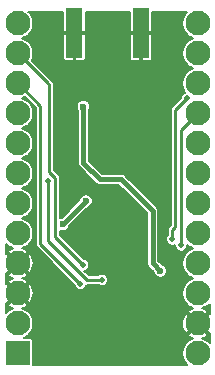
<source format=gbr>
%TF.GenerationSoftware,KiCad,Pcbnew,5.1.7+dfsg1-1~bpo10+1*%
%TF.CreationDate,Date%
%TF.ProjectId,ProMicro_LORA,50726f4d-6963-4726-9f5f-4c4f52412e6b,v1.2*%
%TF.SameCoordinates,Original*%
%TF.FileFunction,Copper,L2,Bot*%
%TF.FilePolarity,Positive*%
%FSLAX46Y46*%
G04 Gerber Fmt 4.6, Leading zero omitted, Abs format (unit mm)*
G04 Created by KiCad*
%MOMM*%
%LPD*%
G01*
G04 APERTURE LIST*
%TA.AperFunction,ComponentPad*%
%ADD10R,2.100000X2.100000*%
%TD*%
%TA.AperFunction,ComponentPad*%
%ADD11C,2.100000*%
%TD*%
%TA.AperFunction,SMDPad,CuDef*%
%ADD12R,1.350000X4.200000*%
%TD*%
%TA.AperFunction,ViaPad*%
%ADD13C,0.600000*%
%TD*%
%TA.AperFunction,ViaPad*%
%ADD14C,0.500000*%
%TD*%
%TA.AperFunction,ViaPad*%
%ADD15C,0.450000*%
%TD*%
%TA.AperFunction,Conductor*%
%ADD16C,0.400000*%
%TD*%
%TA.AperFunction,Conductor*%
%ADD17C,0.250000*%
%TD*%
%TA.AperFunction,Conductor*%
%ADD18C,0.150000*%
%TD*%
%TA.AperFunction,Conductor*%
%ADD19C,0.100000*%
%TD*%
%ADD20C,0.300000*%
%ADD21C,0.200000*%
%ADD22C,0.350000*%
G04 APERTURE END LIST*
D10*
%TO.P,A1,1*%
%TO.N,N/C*%
X0Y0D03*
D11*
%TO.P,A1,2*%
X0Y2540000D03*
%TO.P,A1,3*%
%TO.N,GND*%
X0Y5080000D03*
%TO.P,A1,13*%
%TO.N,CS0*%
X15240000Y27940000D03*
%TO.P,A1,4*%
%TO.N,GND*%
X0Y7620000D03*
%TO.P,A1,14*%
%TO.N,COPI*%
X15240000Y25400000D03*
%TO.P,A1,5*%
%TO.N,N/C*%
X0Y10160000D03*
%TO.P,A1,15*%
%TO.N,CIPO*%
X15240000Y22860000D03*
%TO.P,A1,6*%
%TO.N,N/C*%
X0Y12700000D03*
%TO.P,A1,16*%
%TO.N,SCK*%
X15240000Y20320000D03*
%TO.P,A1,7*%
%TO.N,N/C*%
X0Y15240000D03*
%TO.P,A1,17*%
X15240000Y17780000D03*
%TO.P,A1,8*%
%TO.N,DIO1*%
X0Y17780000D03*
%TO.P,A1,18*%
%TO.N,N/C*%
X15240000Y15240000D03*
%TO.P,A1,9*%
X0Y20320000D03*
%TO.P,A1,19*%
X15240000Y12700000D03*
%TO.P,A1,10*%
%TO.N,DIO0*%
X0Y22860000D03*
%TO.P,A1,20*%
%TO.N,N/C*%
X15240000Y10160000D03*
%TO.P,A1,11*%
%TO.N,RFRST*%
X0Y25400000D03*
%TO.P,A1,21*%
%TO.N,+3V3*%
X15240000Y7620000D03*
%TO.P,A1,12*%
%TO.N,N/C*%
X0Y27940000D03*
%TO.P,A1,22*%
X15240000Y5080000D03*
%TO.P,A1,23*%
%TO.N,GND*%
X15240000Y2540000D03*
%TO.P,A1,24*%
%TO.N,N/C*%
X15240000Y0D03*
%TD*%
D12*
%TO.P,J2,2*%
%TO.N,GND*%
X4795000Y27105000D03*
X10445000Y27105000D03*
%TD*%
D13*
%TO.N,GND*%
X13335000Y3810000D03*
X1905000Y2540000D03*
X13970000Y1270000D03*
X12700000Y0D03*
X11430000Y2540000D03*
X9525000Y2540000D03*
X7620000Y2540000D03*
X5715000Y2540000D03*
X2540000Y0D03*
X7620000Y19939000D03*
D14*
X8890000Y18288000D03*
D13*
X8890000Y19939000D03*
X12319000Y21082000D03*
X12319000Y22225000D03*
X12319000Y23495000D03*
X12890500Y8191500D03*
D15*
X8255000Y13970000D03*
X10536216Y13990616D03*
D14*
X3810000Y13208000D03*
D13*
X6477000Y19939000D03*
X6350000Y24765000D03*
X8890000Y24765000D03*
X12319000Y24765000D03*
X12319000Y26162000D03*
X1016000Y3810000D03*
X2540000Y26670000D03*
X1270000Y13970000D03*
X889000Y16510000D03*
X4445000Y22225000D03*
X2540000Y24130000D03*
X3810000Y15240000D03*
X6667500Y22225000D03*
D15*
X7264400Y13970000D03*
D13*
X5715000Y3810000D03*
X7620000Y3810000D03*
X9525000Y3810000D03*
X7620000Y11430000D03*
X7620000Y8890000D03*
X10160000Y8890000D03*
X10160000Y11430000D03*
X1270000Y11430000D03*
X3810000Y2540000D03*
X11938000Y18923000D03*
X12446000Y4064000D03*
X11303000Y4064000D03*
D14*
X3683000Y18415000D03*
X3683000Y19939000D03*
X2921000Y6731000D03*
D13*
X5334000Y15240000D03*
X889000Y19050000D03*
D15*
%TO.N,+3V3*%
X9525000Y13970000D03*
D13*
X12065000Y6985000D03*
X5562600Y20891500D03*
X3810000Y10922000D03*
X5778500Y12890500D03*
D15*
X6931800Y14755000D03*
D14*
%TO.N,Net-(JP1-Pad1)*%
X7112000Y6223000D03*
X2540000Y14605000D03*
%TO.N,CIPO*%
X14351000Y21590000D03*
X13081000Y9652000D03*
%TO.N,SCK*%
X13843000Y9143990D03*
%TO.N,DIO0*%
X5308406Y5867594D03*
%TO.N,RFRST*%
X5524500Y7493000D03*
%TD*%
D16*
%TO.N,+3V3*%
X3810000Y10922000D02*
X5778500Y12890500D01*
X6931800Y14755000D02*
X8740000Y14755000D01*
X8740000Y14755000D02*
X8928100Y14566900D01*
X9525000Y13970000D02*
X8928100Y14566900D01*
X5562600Y16124200D02*
X5562600Y20891500D01*
X6931800Y14755000D02*
X5562600Y16124200D01*
X11430000Y12065000D02*
X9525000Y13970000D01*
X11430000Y7620000D02*
X11430000Y12065000D01*
X12065000Y6985000D02*
X11430000Y7620000D01*
D17*
%TO.N,Net-(JP1-Pad1)*%
X7112000Y6223000D02*
X5842000Y6223000D01*
X5842000Y6223000D02*
X2540000Y9525000D01*
X2540000Y14605000D02*
X2540000Y9525000D01*
%TO.N,CIPO*%
X13335000Y20574000D02*
X13335000Y10668000D01*
X13081000Y10414000D02*
X13081000Y9652000D01*
X13335000Y10668000D02*
X13081000Y10414000D01*
X14351000Y21590000D02*
X13335000Y20574000D01*
%TO.N,SCK*%
X13843000Y18923000D02*
X13843000Y9143990D01*
X15240000Y20320000D02*
X13843000Y18923000D01*
%TO.N,DIO0*%
X1905000Y9271000D02*
X5308406Y5867594D01*
X1905000Y17006370D02*
X1905000Y9271000D01*
X1905000Y17006370D02*
X1905000Y20955000D01*
X1905000Y20955000D02*
X0Y22860000D01*
%TO.N,RFRST*%
X2540000Y22860000D02*
X0Y25400000D01*
X3184999Y14849001D02*
X2667000Y15367000D01*
X2667000Y22733000D02*
X2540000Y22860000D01*
X3184999Y9832501D02*
X3184999Y14849001D01*
X2667000Y15367000D02*
X2667000Y22733000D01*
X5524500Y7493000D02*
X3184999Y9832501D01*
%TD*%
D18*
%TO.N,GND*%
X3845000Y27248750D02*
X3913750Y27180000D01*
X4720000Y27180000D01*
X4720000Y27200000D01*
X4870000Y27200000D01*
X4870000Y27180000D01*
X5676250Y27180000D01*
X5745000Y27248750D01*
X5746147Y28935000D01*
X9493853Y28935000D01*
X9495000Y27248750D01*
X9563750Y27180000D01*
X10370000Y27180000D01*
X10370000Y27200000D01*
X10520000Y27200000D01*
X10520000Y27180000D01*
X11326250Y27180000D01*
X11395000Y27248750D01*
X11396147Y28935000D01*
X14361167Y28935000D01*
X14210805Y28784638D01*
X14065800Y28567623D01*
X13965919Y28326488D01*
X13915000Y28070501D01*
X13915000Y27809499D01*
X13965919Y27553512D01*
X14065800Y27312377D01*
X14210805Y27095362D01*
X14395362Y26910805D01*
X14612377Y26765800D01*
X14843660Y26670000D01*
X14612377Y26574200D01*
X14395362Y26429195D01*
X14210805Y26244638D01*
X14065800Y26027623D01*
X13965919Y25786488D01*
X13915000Y25530501D01*
X13915000Y25269499D01*
X13965919Y25013512D01*
X14065800Y24772377D01*
X14210805Y24555362D01*
X14395362Y24370805D01*
X14612377Y24225800D01*
X14843660Y24130000D01*
X14612377Y24034200D01*
X14395362Y23889195D01*
X14210805Y23704638D01*
X14065800Y23487623D01*
X13965919Y23246488D01*
X13915000Y22990501D01*
X13915000Y22729499D01*
X13965919Y22473512D01*
X14065800Y22232377D01*
X14166414Y22081798D01*
X14102319Y22055249D01*
X14016332Y21997794D01*
X13943206Y21924668D01*
X13885751Y21838681D01*
X13846176Y21743137D01*
X13826000Y21641708D01*
X13826000Y21630686D01*
X13066052Y20870737D01*
X13050789Y20858211D01*
X13000803Y20797302D01*
X12963660Y20727813D01*
X12952596Y20691339D01*
X12940788Y20652413D01*
X12933065Y20574000D01*
X12935000Y20554354D01*
X12935001Y10833686D01*
X12812052Y10710737D01*
X12796789Y10698211D01*
X12746803Y10637302D01*
X12709660Y10567813D01*
X12686788Y10492414D01*
X12686788Y10492413D01*
X12679065Y10414000D01*
X12681000Y10394353D01*
X12681001Y9994463D01*
X12673206Y9986668D01*
X12615751Y9900681D01*
X12576176Y9805137D01*
X12556000Y9703708D01*
X12556000Y9600292D01*
X12576176Y9498863D01*
X12615751Y9403319D01*
X12673206Y9317332D01*
X12746332Y9244206D01*
X12832319Y9186751D01*
X12927863Y9147176D01*
X13029292Y9127000D01*
X13132708Y9127000D01*
X13234137Y9147176D01*
X13318000Y9181913D01*
X13318000Y9092282D01*
X13338176Y8990853D01*
X13377751Y8895309D01*
X13435206Y8809322D01*
X13508332Y8736196D01*
X13594319Y8678741D01*
X13689863Y8639166D01*
X13791292Y8618990D01*
X13894708Y8618990D01*
X13996137Y8639166D01*
X14091681Y8678741D01*
X14177668Y8736196D01*
X14250794Y8809322D01*
X14308249Y8895309D01*
X14347824Y8990853D01*
X14368000Y9092282D01*
X14368000Y9158167D01*
X14395362Y9130805D01*
X14612377Y8985800D01*
X14843660Y8890000D01*
X14612377Y8794200D01*
X14395362Y8649195D01*
X14210805Y8464638D01*
X14065800Y8247623D01*
X13965919Y8006488D01*
X13915000Y7750501D01*
X13915000Y7489499D01*
X13965919Y7233512D01*
X14065800Y6992377D01*
X14210805Y6775362D01*
X14395362Y6590805D01*
X14612377Y6445800D01*
X14843660Y6350000D01*
X14612377Y6254200D01*
X14395362Y6109195D01*
X14210805Y5924638D01*
X14065800Y5707623D01*
X13965919Y5466488D01*
X13915000Y5210501D01*
X13915000Y4949499D01*
X13965919Y4693512D01*
X14065800Y4452377D01*
X14210805Y4235362D01*
X14395362Y4050805D01*
X14612377Y3905800D01*
X14851297Y3806836D01*
X14709545Y3761177D01*
X14519334Y3659508D01*
X14401773Y3484293D01*
X15240000Y2646066D01*
X16078227Y3484293D01*
X15960666Y3659508D01*
X15728414Y3778592D01*
X15628919Y3806926D01*
X15867623Y3905800D01*
X16084638Y4050805D01*
X16235001Y4201168D01*
X16235001Y3344204D01*
X16184293Y3378227D01*
X15346066Y2540000D01*
X16184293Y1701773D01*
X16235001Y1735796D01*
X16235001Y878832D01*
X16084638Y1029195D01*
X15867623Y1174200D01*
X15628703Y1273164D01*
X15770455Y1318823D01*
X15960666Y1420492D01*
X16078227Y1595707D01*
X15240000Y2433934D01*
X14401773Y1595707D01*
X14519334Y1420492D01*
X14751586Y1301408D01*
X14851081Y1273074D01*
X14612377Y1174200D01*
X14395362Y1029195D01*
X14210805Y844638D01*
X14065800Y627623D01*
X13965919Y386488D01*
X13915000Y130501D01*
X13915000Y-130501D01*
X13965919Y-386488D01*
X14065800Y-627623D01*
X14210805Y-844638D01*
X14361167Y-995000D01*
X1326330Y-995000D01*
X1326330Y1050000D01*
X1321020Y1103909D01*
X1305296Y1155747D01*
X1279760Y1203521D01*
X1245395Y1245395D01*
X1203521Y1279760D01*
X1155747Y1305296D01*
X1103909Y1321020D01*
X1050000Y1326330D01*
X532334Y1326330D01*
X627623Y1365800D01*
X844638Y1510805D01*
X1029195Y1695362D01*
X1174200Y1912377D01*
X1274081Y2153512D01*
X1325000Y2409499D01*
X1325000Y2517247D01*
X13908783Y2517247D01*
X13938801Y2257977D01*
X14018823Y2009545D01*
X14120492Y1819334D01*
X14295707Y1701773D01*
X15133934Y2540000D01*
X14295707Y3378227D01*
X14120492Y3260666D01*
X14001408Y3028414D01*
X13929923Y2777392D01*
X13908783Y2517247D01*
X1325000Y2517247D01*
X1325000Y2670501D01*
X1274081Y2926488D01*
X1174200Y3167623D01*
X1029195Y3384638D01*
X844638Y3569195D01*
X627623Y3714200D01*
X388703Y3813164D01*
X530455Y3858823D01*
X720666Y3960492D01*
X838227Y4135707D01*
X0Y4973934D01*
X-838227Y4135707D01*
X-720666Y3960492D01*
X-488414Y3841408D01*
X-388919Y3813074D01*
X-627623Y3714200D01*
X-844638Y3569195D01*
X-995000Y3418833D01*
X-995000Y4275795D01*
X-944293Y4241773D01*
X-106066Y5080000D01*
X106066Y5080000D01*
X944293Y4241773D01*
X1119508Y4359334D01*
X1238592Y4591586D01*
X1310077Y4842608D01*
X1331217Y5102753D01*
X1301199Y5362023D01*
X1221177Y5610455D01*
X1119508Y5800666D01*
X944293Y5918227D01*
X106066Y5080000D01*
X-106066Y5080000D01*
X-944293Y5918227D01*
X-995000Y5884205D01*
X-995000Y6675707D01*
X-838227Y6675707D01*
X-720666Y6500492D01*
X-488414Y6381408D01*
X-378526Y6350115D01*
X-530455Y6301177D01*
X-720666Y6199508D01*
X-838227Y6024293D01*
X0Y5186066D01*
X838227Y6024293D01*
X720666Y6199508D01*
X488414Y6318592D01*
X378526Y6349885D01*
X530455Y6398823D01*
X720666Y6500492D01*
X838227Y6675707D01*
X0Y7513934D01*
X-838227Y6675707D01*
X-995000Y6675707D01*
X-995000Y6815795D01*
X-944293Y6781773D01*
X-106066Y7620000D01*
X106066Y7620000D01*
X944293Y6781773D01*
X1119508Y6899334D01*
X1238592Y7131586D01*
X1310077Y7382608D01*
X1331217Y7642753D01*
X1301199Y7902023D01*
X1221177Y8150455D01*
X1119508Y8340666D01*
X944293Y8458227D01*
X106066Y7620000D01*
X-106066Y7620000D01*
X-944293Y8458227D01*
X-995000Y8424205D01*
X-995000Y9281167D01*
X-844638Y9130805D01*
X-627623Y8985800D01*
X-388703Y8886836D01*
X-530455Y8841177D01*
X-720666Y8739508D01*
X-838227Y8564293D01*
X0Y7726066D01*
X838227Y8564293D01*
X720666Y8739508D01*
X488414Y8858592D01*
X388919Y8886926D01*
X627623Y8985800D01*
X844638Y9130805D01*
X1029195Y9315362D01*
X1174200Y9532377D01*
X1274081Y9773512D01*
X1325000Y10029499D01*
X1325000Y10290501D01*
X1274081Y10546488D01*
X1174200Y10787623D01*
X1029195Y11004638D01*
X844638Y11189195D01*
X627623Y11334200D01*
X396340Y11430000D01*
X627623Y11525800D01*
X844638Y11670805D01*
X1029195Y11855362D01*
X1174200Y12072377D01*
X1274081Y12313512D01*
X1325000Y12569499D01*
X1325000Y12830501D01*
X1274081Y13086488D01*
X1174200Y13327623D01*
X1029195Y13544638D01*
X844638Y13729195D01*
X627623Y13874200D01*
X396340Y13970000D01*
X627623Y14065800D01*
X844638Y14210805D01*
X1029195Y14395362D01*
X1174200Y14612377D01*
X1274081Y14853512D01*
X1325000Y15109499D01*
X1325000Y15370501D01*
X1274081Y15626488D01*
X1174200Y15867623D01*
X1029195Y16084638D01*
X844638Y16269195D01*
X627623Y16414200D01*
X396340Y16510000D01*
X627623Y16605800D01*
X844638Y16750805D01*
X1029195Y16935362D01*
X1174200Y17152377D01*
X1274081Y17393512D01*
X1325000Y17649499D01*
X1325000Y17910501D01*
X1274081Y18166488D01*
X1174200Y18407623D01*
X1029195Y18624638D01*
X844638Y18809195D01*
X627623Y18954200D01*
X396340Y19050000D01*
X627623Y19145800D01*
X844638Y19290805D01*
X1029195Y19475362D01*
X1174200Y19692377D01*
X1274081Y19933512D01*
X1325000Y20189499D01*
X1325000Y20450501D01*
X1274081Y20706488D01*
X1174200Y20947623D01*
X1029195Y21164638D01*
X844638Y21349195D01*
X627623Y21494200D01*
X396340Y21590000D01*
X614111Y21680203D01*
X1505001Y20789313D01*
X1505000Y17026017D01*
X1505000Y17026016D01*
X1505001Y9290657D01*
X1503065Y9271000D01*
X1510788Y9192587D01*
X1533661Y9117186D01*
X1570803Y9047698D01*
X1608265Y9002050D01*
X1608268Y9002047D01*
X1620790Y8986789D01*
X1636048Y8974267D01*
X4783406Y5826908D01*
X4783406Y5815886D01*
X4803582Y5714457D01*
X4843157Y5618913D01*
X4900612Y5532926D01*
X4973738Y5459800D01*
X5059725Y5402345D01*
X5155269Y5362770D01*
X5256698Y5342594D01*
X5360114Y5342594D01*
X5461543Y5362770D01*
X5557087Y5402345D01*
X5643074Y5459800D01*
X5716200Y5532926D01*
X5773655Y5618913D01*
X5813230Y5714457D01*
X5833406Y5815886D01*
X5833406Y5821912D01*
X5841999Y5821066D01*
X5861635Y5823000D01*
X6769538Y5823000D01*
X6777332Y5815206D01*
X6863319Y5757751D01*
X6958863Y5718176D01*
X7060292Y5698000D01*
X7163708Y5698000D01*
X7265137Y5718176D01*
X7360681Y5757751D01*
X7446668Y5815206D01*
X7519794Y5888332D01*
X7577249Y5974319D01*
X7616824Y6069863D01*
X7637000Y6171292D01*
X7637000Y6274708D01*
X7616824Y6376137D01*
X7577249Y6471681D01*
X7519794Y6557668D01*
X7446668Y6630794D01*
X7360681Y6688249D01*
X7265137Y6727824D01*
X7163708Y6748000D01*
X7060292Y6748000D01*
X6958863Y6727824D01*
X6863319Y6688249D01*
X6777332Y6630794D01*
X6769538Y6623000D01*
X6007686Y6623000D01*
X5648338Y6982348D01*
X5677637Y6988176D01*
X5773181Y7027751D01*
X5859168Y7085206D01*
X5932294Y7158332D01*
X5989749Y7244319D01*
X6029324Y7339863D01*
X6049500Y7441292D01*
X6049500Y7544708D01*
X6029324Y7646137D01*
X5989749Y7741681D01*
X5932294Y7827668D01*
X5859168Y7900794D01*
X5773181Y7958249D01*
X5677637Y7997824D01*
X5576208Y8018000D01*
X5565186Y8018000D01*
X3584999Y9998186D01*
X3584999Y10392823D01*
X3642279Y10369097D01*
X3753367Y10347000D01*
X3866633Y10347000D01*
X3977721Y10369097D01*
X4082365Y10412442D01*
X4176541Y10475368D01*
X4256632Y10555459D01*
X4319558Y10649635D01*
X4362903Y10754279D01*
X4375039Y10815289D01*
X5885212Y12325462D01*
X5946221Y12337597D01*
X6050865Y12380942D01*
X6145041Y12443868D01*
X6225132Y12523959D01*
X6288058Y12618135D01*
X6331403Y12722779D01*
X6353500Y12833867D01*
X6353500Y12947133D01*
X6331403Y13058221D01*
X6288058Y13162865D01*
X6225132Y13257041D01*
X6145041Y13337132D01*
X6050865Y13400058D01*
X5946221Y13443403D01*
X5835133Y13465500D01*
X5721867Y13465500D01*
X5610779Y13443403D01*
X5506135Y13400058D01*
X5411959Y13337132D01*
X5331868Y13257041D01*
X5268942Y13162865D01*
X5225597Y13058221D01*
X5213462Y12997212D01*
X3703289Y11487039D01*
X3642279Y11474903D01*
X3584999Y11451177D01*
X3584999Y14829366D01*
X3586933Y14849002D01*
X3584999Y14868638D01*
X3584999Y14868648D01*
X3579211Y14927415D01*
X3556339Y15002815D01*
X3519196Y15072304D01*
X3469210Y15133212D01*
X3453952Y15145734D01*
X3067000Y15532685D01*
X3067000Y20948133D01*
X4987600Y20948133D01*
X4987600Y20834867D01*
X5009697Y20723779D01*
X5053042Y20619135D01*
X5087601Y20567414D01*
X5087600Y16147532D01*
X5085302Y16124200D01*
X5094473Y16031085D01*
X5121634Y15941547D01*
X5165741Y15859027D01*
X5225099Y15786699D01*
X5243234Y15771816D01*
X6482920Y14532129D01*
X6488706Y14518161D01*
X6543425Y14436269D01*
X6613069Y14366625D01*
X6694961Y14311906D01*
X6785955Y14274215D01*
X6882554Y14255000D01*
X6981046Y14255000D01*
X7077645Y14274215D01*
X7091611Y14280000D01*
X8543249Y14280000D01*
X8608723Y14214526D01*
X8608728Y14214522D01*
X9076120Y13747129D01*
X9081906Y13733161D01*
X9136625Y13651269D01*
X9206269Y13581625D01*
X9288161Y13526906D01*
X9302130Y13521120D01*
X10955001Y11868247D01*
X10955000Y7643332D01*
X10952702Y7620000D01*
X10961873Y7526884D01*
X10970112Y7499723D01*
X10989034Y7437347D01*
X11033141Y7354827D01*
X11092499Y7282499D01*
X11110633Y7267616D01*
X11499962Y6878287D01*
X11512097Y6817279D01*
X11555442Y6712635D01*
X11618368Y6618459D01*
X11698459Y6538368D01*
X11792635Y6475442D01*
X11897279Y6432097D01*
X12008367Y6410000D01*
X12121633Y6410000D01*
X12232721Y6432097D01*
X12337365Y6475442D01*
X12431541Y6538368D01*
X12511632Y6618459D01*
X12574558Y6712635D01*
X12617903Y6817279D01*
X12640000Y6928367D01*
X12640000Y7041633D01*
X12617903Y7152721D01*
X12574558Y7257365D01*
X12511632Y7351541D01*
X12431541Y7431632D01*
X12337365Y7494558D01*
X12232721Y7537903D01*
X12171713Y7550038D01*
X11905000Y7816750D01*
X11905000Y12041668D01*
X11907298Y12065000D01*
X11898127Y12158116D01*
X11870966Y12247655D01*
X11835764Y12313512D01*
X11826859Y12330173D01*
X11767501Y12402501D01*
X11749377Y12417375D01*
X9973880Y14192870D01*
X9968094Y14206839D01*
X9913375Y14288731D01*
X9843731Y14358375D01*
X9761839Y14413094D01*
X9747871Y14418880D01*
X9280478Y14886272D01*
X9280474Y14886277D01*
X9092383Y15074367D01*
X9077501Y15092501D01*
X9005173Y15151859D01*
X8922654Y15195966D01*
X8833116Y15223127D01*
X8763332Y15230000D01*
X8740000Y15232298D01*
X8716668Y15230000D01*
X7128551Y15230000D01*
X6037600Y16320950D01*
X6037600Y20567415D01*
X6072158Y20619135D01*
X6115503Y20723779D01*
X6137600Y20834867D01*
X6137600Y20948133D01*
X6115503Y21059221D01*
X6072158Y21163865D01*
X6009232Y21258041D01*
X5929141Y21338132D01*
X5834965Y21401058D01*
X5730321Y21444403D01*
X5619233Y21466500D01*
X5505967Y21466500D01*
X5394879Y21444403D01*
X5290235Y21401058D01*
X5196059Y21338132D01*
X5115968Y21258041D01*
X5053042Y21163865D01*
X5009697Y21059221D01*
X4987600Y20948133D01*
X3067000Y20948133D01*
X3067000Y22713365D01*
X3068934Y22733001D01*
X3067000Y22752637D01*
X3067000Y22752647D01*
X3061212Y22811414D01*
X3038340Y22886814D01*
X3001197Y22956303D01*
X2951211Y23017211D01*
X2935948Y23029737D01*
X1179797Y24785888D01*
X1270555Y25005000D01*
X3843669Y25005000D01*
X3848979Y24951090D01*
X3864703Y24899253D01*
X3890239Y24851479D01*
X3924604Y24809604D01*
X3966479Y24775239D01*
X4014253Y24749703D01*
X4066090Y24733979D01*
X4120000Y24728669D01*
X4651250Y24730000D01*
X4720000Y24798750D01*
X4720000Y27030000D01*
X4870000Y27030000D01*
X4870000Y24798750D01*
X4938750Y24730000D01*
X5470000Y24728669D01*
X5523910Y24733979D01*
X5575747Y24749703D01*
X5623521Y24775239D01*
X5665396Y24809604D01*
X5699761Y24851479D01*
X5725297Y24899253D01*
X5741021Y24951090D01*
X5746331Y25005000D01*
X9493669Y25005000D01*
X9498979Y24951090D01*
X9514703Y24899253D01*
X9540239Y24851479D01*
X9574604Y24809604D01*
X9616479Y24775239D01*
X9664253Y24749703D01*
X9716090Y24733979D01*
X9770000Y24728669D01*
X10301250Y24730000D01*
X10370000Y24798750D01*
X10370000Y27030000D01*
X10520000Y27030000D01*
X10520000Y24798750D01*
X10588750Y24730000D01*
X11120000Y24728669D01*
X11173910Y24733979D01*
X11225747Y24749703D01*
X11273521Y24775239D01*
X11315396Y24809604D01*
X11349761Y24851479D01*
X11375297Y24899253D01*
X11391021Y24951090D01*
X11396331Y25005000D01*
X11395000Y26961250D01*
X11326250Y27030000D01*
X10520000Y27030000D01*
X10370000Y27030000D01*
X9563750Y27030000D01*
X9495000Y26961250D01*
X9493669Y25005000D01*
X5746331Y25005000D01*
X5745000Y26961250D01*
X5676250Y27030000D01*
X4870000Y27030000D01*
X4720000Y27030000D01*
X3913750Y27030000D01*
X3845000Y26961250D01*
X3843669Y25005000D01*
X1270555Y25005000D01*
X1274081Y25013512D01*
X1325000Y25269499D01*
X1325000Y25530501D01*
X1274081Y25786488D01*
X1174200Y26027623D01*
X1029195Y26244638D01*
X844638Y26429195D01*
X627623Y26574200D01*
X396340Y26670000D01*
X627623Y26765800D01*
X844638Y26910805D01*
X1029195Y27095362D01*
X1174200Y27312377D01*
X1274081Y27553512D01*
X1325000Y27809499D01*
X1325000Y28070501D01*
X1274081Y28326488D01*
X1174200Y28567623D01*
X1029195Y28784638D01*
X878833Y28935000D01*
X3843853Y28935000D01*
X3845000Y27248750D01*
%TA.AperFunction,Conductor*%
D19*
G36*
X3845000Y27248750D02*
G01*
X3913750Y27180000D01*
X4720000Y27180000D01*
X4720000Y27200000D01*
X4870000Y27200000D01*
X4870000Y27180000D01*
X5676250Y27180000D01*
X5745000Y27248750D01*
X5746147Y28935000D01*
X9493853Y28935000D01*
X9495000Y27248750D01*
X9563750Y27180000D01*
X10370000Y27180000D01*
X10370000Y27200000D01*
X10520000Y27200000D01*
X10520000Y27180000D01*
X11326250Y27180000D01*
X11395000Y27248750D01*
X11396147Y28935000D01*
X14361167Y28935000D01*
X14210805Y28784638D01*
X14065800Y28567623D01*
X13965919Y28326488D01*
X13915000Y28070501D01*
X13915000Y27809499D01*
X13965919Y27553512D01*
X14065800Y27312377D01*
X14210805Y27095362D01*
X14395362Y26910805D01*
X14612377Y26765800D01*
X14843660Y26670000D01*
X14612377Y26574200D01*
X14395362Y26429195D01*
X14210805Y26244638D01*
X14065800Y26027623D01*
X13965919Y25786488D01*
X13915000Y25530501D01*
X13915000Y25269499D01*
X13965919Y25013512D01*
X14065800Y24772377D01*
X14210805Y24555362D01*
X14395362Y24370805D01*
X14612377Y24225800D01*
X14843660Y24130000D01*
X14612377Y24034200D01*
X14395362Y23889195D01*
X14210805Y23704638D01*
X14065800Y23487623D01*
X13965919Y23246488D01*
X13915000Y22990501D01*
X13915000Y22729499D01*
X13965919Y22473512D01*
X14065800Y22232377D01*
X14166414Y22081798D01*
X14102319Y22055249D01*
X14016332Y21997794D01*
X13943206Y21924668D01*
X13885751Y21838681D01*
X13846176Y21743137D01*
X13826000Y21641708D01*
X13826000Y21630686D01*
X13066052Y20870737D01*
X13050789Y20858211D01*
X13000803Y20797302D01*
X12963660Y20727813D01*
X12952596Y20691339D01*
X12940788Y20652413D01*
X12933065Y20574000D01*
X12935000Y20554354D01*
X12935001Y10833686D01*
X12812052Y10710737D01*
X12796789Y10698211D01*
X12746803Y10637302D01*
X12709660Y10567813D01*
X12686788Y10492414D01*
X12686788Y10492413D01*
X12679065Y10414000D01*
X12681000Y10394353D01*
X12681001Y9994463D01*
X12673206Y9986668D01*
X12615751Y9900681D01*
X12576176Y9805137D01*
X12556000Y9703708D01*
X12556000Y9600292D01*
X12576176Y9498863D01*
X12615751Y9403319D01*
X12673206Y9317332D01*
X12746332Y9244206D01*
X12832319Y9186751D01*
X12927863Y9147176D01*
X13029292Y9127000D01*
X13132708Y9127000D01*
X13234137Y9147176D01*
X13318000Y9181913D01*
X13318000Y9092282D01*
X13338176Y8990853D01*
X13377751Y8895309D01*
X13435206Y8809322D01*
X13508332Y8736196D01*
X13594319Y8678741D01*
X13689863Y8639166D01*
X13791292Y8618990D01*
X13894708Y8618990D01*
X13996137Y8639166D01*
X14091681Y8678741D01*
X14177668Y8736196D01*
X14250794Y8809322D01*
X14308249Y8895309D01*
X14347824Y8990853D01*
X14368000Y9092282D01*
X14368000Y9158167D01*
X14395362Y9130805D01*
X14612377Y8985800D01*
X14843660Y8890000D01*
X14612377Y8794200D01*
X14395362Y8649195D01*
X14210805Y8464638D01*
X14065800Y8247623D01*
X13965919Y8006488D01*
X13915000Y7750501D01*
X13915000Y7489499D01*
X13965919Y7233512D01*
X14065800Y6992377D01*
X14210805Y6775362D01*
X14395362Y6590805D01*
X14612377Y6445800D01*
X14843660Y6350000D01*
X14612377Y6254200D01*
X14395362Y6109195D01*
X14210805Y5924638D01*
X14065800Y5707623D01*
X13965919Y5466488D01*
X13915000Y5210501D01*
X13915000Y4949499D01*
X13965919Y4693512D01*
X14065800Y4452377D01*
X14210805Y4235362D01*
X14395362Y4050805D01*
X14612377Y3905800D01*
X14851297Y3806836D01*
X14709545Y3761177D01*
X14519334Y3659508D01*
X14401773Y3484293D01*
X15240000Y2646066D01*
X16078227Y3484293D01*
X15960666Y3659508D01*
X15728414Y3778592D01*
X15628919Y3806926D01*
X15867623Y3905800D01*
X16084638Y4050805D01*
X16235001Y4201168D01*
X16235001Y3344204D01*
X16184293Y3378227D01*
X15346066Y2540000D01*
X16184293Y1701773D01*
X16235001Y1735796D01*
X16235001Y878832D01*
X16084638Y1029195D01*
X15867623Y1174200D01*
X15628703Y1273164D01*
X15770455Y1318823D01*
X15960666Y1420492D01*
X16078227Y1595707D01*
X15240000Y2433934D01*
X14401773Y1595707D01*
X14519334Y1420492D01*
X14751586Y1301408D01*
X14851081Y1273074D01*
X14612377Y1174200D01*
X14395362Y1029195D01*
X14210805Y844638D01*
X14065800Y627623D01*
X13965919Y386488D01*
X13915000Y130501D01*
X13915000Y-130501D01*
X13965919Y-386488D01*
X14065800Y-627623D01*
X14210805Y-844638D01*
X14361167Y-995000D01*
X1326330Y-995000D01*
X1326330Y1050000D01*
X1321020Y1103909D01*
X1305296Y1155747D01*
X1279760Y1203521D01*
X1245395Y1245395D01*
X1203521Y1279760D01*
X1155747Y1305296D01*
X1103909Y1321020D01*
X1050000Y1326330D01*
X532334Y1326330D01*
X627623Y1365800D01*
X844638Y1510805D01*
X1029195Y1695362D01*
X1174200Y1912377D01*
X1274081Y2153512D01*
X1325000Y2409499D01*
X1325000Y2517247D01*
X13908783Y2517247D01*
X13938801Y2257977D01*
X14018823Y2009545D01*
X14120492Y1819334D01*
X14295707Y1701773D01*
X15133934Y2540000D01*
X14295707Y3378227D01*
X14120492Y3260666D01*
X14001408Y3028414D01*
X13929923Y2777392D01*
X13908783Y2517247D01*
X1325000Y2517247D01*
X1325000Y2670501D01*
X1274081Y2926488D01*
X1174200Y3167623D01*
X1029195Y3384638D01*
X844638Y3569195D01*
X627623Y3714200D01*
X388703Y3813164D01*
X530455Y3858823D01*
X720666Y3960492D01*
X838227Y4135707D01*
X0Y4973934D01*
X-838227Y4135707D01*
X-720666Y3960492D01*
X-488414Y3841408D01*
X-388919Y3813074D01*
X-627623Y3714200D01*
X-844638Y3569195D01*
X-995000Y3418833D01*
X-995000Y4275795D01*
X-944293Y4241773D01*
X-106066Y5080000D01*
X106066Y5080000D01*
X944293Y4241773D01*
X1119508Y4359334D01*
X1238592Y4591586D01*
X1310077Y4842608D01*
X1331217Y5102753D01*
X1301199Y5362023D01*
X1221177Y5610455D01*
X1119508Y5800666D01*
X944293Y5918227D01*
X106066Y5080000D01*
X-106066Y5080000D01*
X-944293Y5918227D01*
X-995000Y5884205D01*
X-995000Y6675707D01*
X-838227Y6675707D01*
X-720666Y6500492D01*
X-488414Y6381408D01*
X-378526Y6350115D01*
X-530455Y6301177D01*
X-720666Y6199508D01*
X-838227Y6024293D01*
X0Y5186066D01*
X838227Y6024293D01*
X720666Y6199508D01*
X488414Y6318592D01*
X378526Y6349885D01*
X530455Y6398823D01*
X720666Y6500492D01*
X838227Y6675707D01*
X0Y7513934D01*
X-838227Y6675707D01*
X-995000Y6675707D01*
X-995000Y6815795D01*
X-944293Y6781773D01*
X-106066Y7620000D01*
X106066Y7620000D01*
X944293Y6781773D01*
X1119508Y6899334D01*
X1238592Y7131586D01*
X1310077Y7382608D01*
X1331217Y7642753D01*
X1301199Y7902023D01*
X1221177Y8150455D01*
X1119508Y8340666D01*
X944293Y8458227D01*
X106066Y7620000D01*
X-106066Y7620000D01*
X-944293Y8458227D01*
X-995000Y8424205D01*
X-995000Y9281167D01*
X-844638Y9130805D01*
X-627623Y8985800D01*
X-388703Y8886836D01*
X-530455Y8841177D01*
X-720666Y8739508D01*
X-838227Y8564293D01*
X0Y7726066D01*
X838227Y8564293D01*
X720666Y8739508D01*
X488414Y8858592D01*
X388919Y8886926D01*
X627623Y8985800D01*
X844638Y9130805D01*
X1029195Y9315362D01*
X1174200Y9532377D01*
X1274081Y9773512D01*
X1325000Y10029499D01*
X1325000Y10290501D01*
X1274081Y10546488D01*
X1174200Y10787623D01*
X1029195Y11004638D01*
X844638Y11189195D01*
X627623Y11334200D01*
X396340Y11430000D01*
X627623Y11525800D01*
X844638Y11670805D01*
X1029195Y11855362D01*
X1174200Y12072377D01*
X1274081Y12313512D01*
X1325000Y12569499D01*
X1325000Y12830501D01*
X1274081Y13086488D01*
X1174200Y13327623D01*
X1029195Y13544638D01*
X844638Y13729195D01*
X627623Y13874200D01*
X396340Y13970000D01*
X627623Y14065800D01*
X844638Y14210805D01*
X1029195Y14395362D01*
X1174200Y14612377D01*
X1274081Y14853512D01*
X1325000Y15109499D01*
X1325000Y15370501D01*
X1274081Y15626488D01*
X1174200Y15867623D01*
X1029195Y16084638D01*
X844638Y16269195D01*
X627623Y16414200D01*
X396340Y16510000D01*
X627623Y16605800D01*
X844638Y16750805D01*
X1029195Y16935362D01*
X1174200Y17152377D01*
X1274081Y17393512D01*
X1325000Y17649499D01*
X1325000Y17910501D01*
X1274081Y18166488D01*
X1174200Y18407623D01*
X1029195Y18624638D01*
X844638Y18809195D01*
X627623Y18954200D01*
X396340Y19050000D01*
X627623Y19145800D01*
X844638Y19290805D01*
X1029195Y19475362D01*
X1174200Y19692377D01*
X1274081Y19933512D01*
X1325000Y20189499D01*
X1325000Y20450501D01*
X1274081Y20706488D01*
X1174200Y20947623D01*
X1029195Y21164638D01*
X844638Y21349195D01*
X627623Y21494200D01*
X396340Y21590000D01*
X614111Y21680203D01*
X1505001Y20789313D01*
X1505000Y17026017D01*
X1505000Y17026016D01*
X1505001Y9290657D01*
X1503065Y9271000D01*
X1510788Y9192587D01*
X1533661Y9117186D01*
X1570803Y9047698D01*
X1608265Y9002050D01*
X1608268Y9002047D01*
X1620790Y8986789D01*
X1636048Y8974267D01*
X4783406Y5826908D01*
X4783406Y5815886D01*
X4803582Y5714457D01*
X4843157Y5618913D01*
X4900612Y5532926D01*
X4973738Y5459800D01*
X5059725Y5402345D01*
X5155269Y5362770D01*
X5256698Y5342594D01*
X5360114Y5342594D01*
X5461543Y5362770D01*
X5557087Y5402345D01*
X5643074Y5459800D01*
X5716200Y5532926D01*
X5773655Y5618913D01*
X5813230Y5714457D01*
X5833406Y5815886D01*
X5833406Y5821912D01*
X5841999Y5821066D01*
X5861635Y5823000D01*
X6769538Y5823000D01*
X6777332Y5815206D01*
X6863319Y5757751D01*
X6958863Y5718176D01*
X7060292Y5698000D01*
X7163708Y5698000D01*
X7265137Y5718176D01*
X7360681Y5757751D01*
X7446668Y5815206D01*
X7519794Y5888332D01*
X7577249Y5974319D01*
X7616824Y6069863D01*
X7637000Y6171292D01*
X7637000Y6274708D01*
X7616824Y6376137D01*
X7577249Y6471681D01*
X7519794Y6557668D01*
X7446668Y6630794D01*
X7360681Y6688249D01*
X7265137Y6727824D01*
X7163708Y6748000D01*
X7060292Y6748000D01*
X6958863Y6727824D01*
X6863319Y6688249D01*
X6777332Y6630794D01*
X6769538Y6623000D01*
X6007686Y6623000D01*
X5648338Y6982348D01*
X5677637Y6988176D01*
X5773181Y7027751D01*
X5859168Y7085206D01*
X5932294Y7158332D01*
X5989749Y7244319D01*
X6029324Y7339863D01*
X6049500Y7441292D01*
X6049500Y7544708D01*
X6029324Y7646137D01*
X5989749Y7741681D01*
X5932294Y7827668D01*
X5859168Y7900794D01*
X5773181Y7958249D01*
X5677637Y7997824D01*
X5576208Y8018000D01*
X5565186Y8018000D01*
X3584999Y9998186D01*
X3584999Y10392823D01*
X3642279Y10369097D01*
X3753367Y10347000D01*
X3866633Y10347000D01*
X3977721Y10369097D01*
X4082365Y10412442D01*
X4176541Y10475368D01*
X4256632Y10555459D01*
X4319558Y10649635D01*
X4362903Y10754279D01*
X4375039Y10815289D01*
X5885212Y12325462D01*
X5946221Y12337597D01*
X6050865Y12380942D01*
X6145041Y12443868D01*
X6225132Y12523959D01*
X6288058Y12618135D01*
X6331403Y12722779D01*
X6353500Y12833867D01*
X6353500Y12947133D01*
X6331403Y13058221D01*
X6288058Y13162865D01*
X6225132Y13257041D01*
X6145041Y13337132D01*
X6050865Y13400058D01*
X5946221Y13443403D01*
X5835133Y13465500D01*
X5721867Y13465500D01*
X5610779Y13443403D01*
X5506135Y13400058D01*
X5411959Y13337132D01*
X5331868Y13257041D01*
X5268942Y13162865D01*
X5225597Y13058221D01*
X5213462Y12997212D01*
X3703289Y11487039D01*
X3642279Y11474903D01*
X3584999Y11451177D01*
X3584999Y14829366D01*
X3586933Y14849002D01*
X3584999Y14868638D01*
X3584999Y14868648D01*
X3579211Y14927415D01*
X3556339Y15002815D01*
X3519196Y15072304D01*
X3469210Y15133212D01*
X3453952Y15145734D01*
X3067000Y15532685D01*
X3067000Y20948133D01*
X4987600Y20948133D01*
X4987600Y20834867D01*
X5009697Y20723779D01*
X5053042Y20619135D01*
X5087601Y20567414D01*
X5087600Y16147532D01*
X5085302Y16124200D01*
X5094473Y16031085D01*
X5121634Y15941547D01*
X5165741Y15859027D01*
X5225099Y15786699D01*
X5243234Y15771816D01*
X6482920Y14532129D01*
X6488706Y14518161D01*
X6543425Y14436269D01*
X6613069Y14366625D01*
X6694961Y14311906D01*
X6785955Y14274215D01*
X6882554Y14255000D01*
X6981046Y14255000D01*
X7077645Y14274215D01*
X7091611Y14280000D01*
X8543249Y14280000D01*
X8608723Y14214526D01*
X8608728Y14214522D01*
X9076120Y13747129D01*
X9081906Y13733161D01*
X9136625Y13651269D01*
X9206269Y13581625D01*
X9288161Y13526906D01*
X9302130Y13521120D01*
X10955001Y11868247D01*
X10955000Y7643332D01*
X10952702Y7620000D01*
X10961873Y7526884D01*
X10970112Y7499723D01*
X10989034Y7437347D01*
X11033141Y7354827D01*
X11092499Y7282499D01*
X11110633Y7267616D01*
X11499962Y6878287D01*
X11512097Y6817279D01*
X11555442Y6712635D01*
X11618368Y6618459D01*
X11698459Y6538368D01*
X11792635Y6475442D01*
X11897279Y6432097D01*
X12008367Y6410000D01*
X12121633Y6410000D01*
X12232721Y6432097D01*
X12337365Y6475442D01*
X12431541Y6538368D01*
X12511632Y6618459D01*
X12574558Y6712635D01*
X12617903Y6817279D01*
X12640000Y6928367D01*
X12640000Y7041633D01*
X12617903Y7152721D01*
X12574558Y7257365D01*
X12511632Y7351541D01*
X12431541Y7431632D01*
X12337365Y7494558D01*
X12232721Y7537903D01*
X12171713Y7550038D01*
X11905000Y7816750D01*
X11905000Y12041668D01*
X11907298Y12065000D01*
X11898127Y12158116D01*
X11870966Y12247655D01*
X11835764Y12313512D01*
X11826859Y12330173D01*
X11767501Y12402501D01*
X11749377Y12417375D01*
X9973880Y14192870D01*
X9968094Y14206839D01*
X9913375Y14288731D01*
X9843731Y14358375D01*
X9761839Y14413094D01*
X9747871Y14418880D01*
X9280478Y14886272D01*
X9280474Y14886277D01*
X9092383Y15074367D01*
X9077501Y15092501D01*
X9005173Y15151859D01*
X8922654Y15195966D01*
X8833116Y15223127D01*
X8763332Y15230000D01*
X8740000Y15232298D01*
X8716668Y15230000D01*
X7128551Y15230000D01*
X6037600Y16320950D01*
X6037600Y20567415D01*
X6072158Y20619135D01*
X6115503Y20723779D01*
X6137600Y20834867D01*
X6137600Y20948133D01*
X6115503Y21059221D01*
X6072158Y21163865D01*
X6009232Y21258041D01*
X5929141Y21338132D01*
X5834965Y21401058D01*
X5730321Y21444403D01*
X5619233Y21466500D01*
X5505967Y21466500D01*
X5394879Y21444403D01*
X5290235Y21401058D01*
X5196059Y21338132D01*
X5115968Y21258041D01*
X5053042Y21163865D01*
X5009697Y21059221D01*
X4987600Y20948133D01*
X3067000Y20948133D01*
X3067000Y22713365D01*
X3068934Y22733001D01*
X3067000Y22752637D01*
X3067000Y22752647D01*
X3061212Y22811414D01*
X3038340Y22886814D01*
X3001197Y22956303D01*
X2951211Y23017211D01*
X2935948Y23029737D01*
X1179797Y24785888D01*
X1270555Y25005000D01*
X3843669Y25005000D01*
X3848979Y24951090D01*
X3864703Y24899253D01*
X3890239Y24851479D01*
X3924604Y24809604D01*
X3966479Y24775239D01*
X4014253Y24749703D01*
X4066090Y24733979D01*
X4120000Y24728669D01*
X4651250Y24730000D01*
X4720000Y24798750D01*
X4720000Y27030000D01*
X4870000Y27030000D01*
X4870000Y24798750D01*
X4938750Y24730000D01*
X5470000Y24728669D01*
X5523910Y24733979D01*
X5575747Y24749703D01*
X5623521Y24775239D01*
X5665396Y24809604D01*
X5699761Y24851479D01*
X5725297Y24899253D01*
X5741021Y24951090D01*
X5746331Y25005000D01*
X9493669Y25005000D01*
X9498979Y24951090D01*
X9514703Y24899253D01*
X9540239Y24851479D01*
X9574604Y24809604D01*
X9616479Y24775239D01*
X9664253Y24749703D01*
X9716090Y24733979D01*
X9770000Y24728669D01*
X10301250Y24730000D01*
X10370000Y24798750D01*
X10370000Y27030000D01*
X10520000Y27030000D01*
X10520000Y24798750D01*
X10588750Y24730000D01*
X11120000Y24728669D01*
X11173910Y24733979D01*
X11225747Y24749703D01*
X11273521Y24775239D01*
X11315396Y24809604D01*
X11349761Y24851479D01*
X11375297Y24899253D01*
X11391021Y24951090D01*
X11396331Y25005000D01*
X11395000Y26961250D01*
X11326250Y27030000D01*
X10520000Y27030000D01*
X10370000Y27030000D01*
X9563750Y27030000D01*
X9495000Y26961250D01*
X9493669Y25005000D01*
X5746331Y25005000D01*
X5745000Y26961250D01*
X5676250Y27030000D01*
X4870000Y27030000D01*
X4720000Y27030000D01*
X3913750Y27030000D01*
X3845000Y26961250D01*
X3843669Y25005000D01*
X1270555Y25005000D01*
X1274081Y25013512D01*
X1325000Y25269499D01*
X1325000Y25530501D01*
X1274081Y25786488D01*
X1174200Y26027623D01*
X1029195Y26244638D01*
X844638Y26429195D01*
X627623Y26574200D01*
X396340Y26670000D01*
X627623Y26765800D01*
X844638Y26910805D01*
X1029195Y27095362D01*
X1174200Y27312377D01*
X1274081Y27553512D01*
X1325000Y27809499D01*
X1325000Y28070501D01*
X1274081Y28326488D01*
X1174200Y28567623D01*
X1029195Y28784638D01*
X878833Y28935000D01*
X3843853Y28935000D01*
X3845000Y27248750D01*
G37*
%TD.AperFunction*%
%TD*%
D20*
X13335000Y3810000D03*
X1905000Y2540000D03*
X13970000Y1270000D03*
X12700000Y0D03*
X11430000Y2540000D03*
X9525000Y2540000D03*
X7620000Y2540000D03*
X5715000Y2540000D03*
X2540000Y0D03*
X7620000Y19939000D03*
D21*
X8890000Y18288000D03*
D20*
X8890000Y19939000D03*
X12319000Y21082000D03*
X12319000Y22225000D03*
X12319000Y23495000D03*
X12890500Y8191500D03*
D21*
X8255000Y13970000D03*
X10536216Y13990616D03*
X3810000Y13208000D03*
D20*
X6477000Y19939000D03*
X6350000Y24765000D03*
X8890000Y24765000D03*
X12319000Y24765000D03*
X12319000Y26162000D03*
X1016000Y3810000D03*
X2540000Y26670000D03*
X1270000Y13970000D03*
X889000Y16510000D03*
X4445000Y22225000D03*
X2540000Y24130000D03*
X3810000Y15240000D03*
X6667500Y22225000D03*
D21*
X7264400Y13970000D03*
D20*
X5715000Y3810000D03*
X7620000Y3810000D03*
X9525000Y3810000D03*
X7620000Y11430000D03*
X7620000Y8890000D03*
X10160000Y8890000D03*
X10160000Y11430000D03*
X1270000Y11430000D03*
X3810000Y2540000D03*
X11938000Y18923000D03*
X12446000Y4064000D03*
X11303000Y4064000D03*
D21*
X3683000Y18415000D03*
X3683000Y19939000D03*
X2921000Y6731000D03*
D20*
X5334000Y15240000D03*
X889000Y19050000D03*
D21*
X9525000Y13970000D03*
D20*
X12065000Y6985000D03*
X5562600Y20891500D03*
X3810000Y10922000D03*
X5778500Y12890500D03*
D21*
X6931800Y14755000D03*
X7112000Y6223000D03*
X2540000Y14605000D03*
X14351000Y21590000D03*
X13081000Y9652000D03*
X13843000Y9143990D03*
X5308406Y5867594D03*
X5524500Y7493000D03*
D22*
X0Y0D03*
X0Y2540000D03*
X0Y5080000D03*
X15240000Y27940000D03*
X0Y7620000D03*
X15240000Y25400000D03*
X0Y10160000D03*
X15240000Y22860000D03*
X0Y12700000D03*
X15240000Y20320000D03*
X0Y15240000D03*
X15240000Y17780000D03*
X0Y17780000D03*
X15240000Y15240000D03*
X0Y20320000D03*
X15240000Y12700000D03*
X0Y22860000D03*
X15240000Y10160000D03*
X0Y25400000D03*
X15240000Y7620000D03*
X0Y27940000D03*
X15240000Y5080000D03*
X15240000Y2540000D03*
X15240000Y0D03*
M02*

</source>
